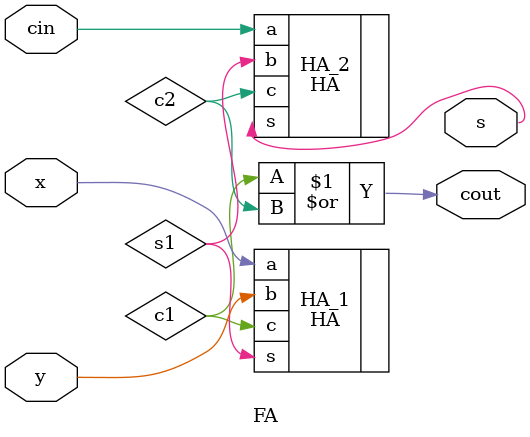
<source format=v>
`include "./HA.v"
module FA(
input        x,
input        y,
input        cin,
output       s,
output       cout
);

wire         s1, c1, c2;

HA HA_1(.s(s1), .c(c1), .a(x), .b(y));
HA HA_2(.s(s), .c(c2), .a(cin), .b(s1));
or #(0.5,0.5) (cout, c1, c2);
  
endmodule

</source>
